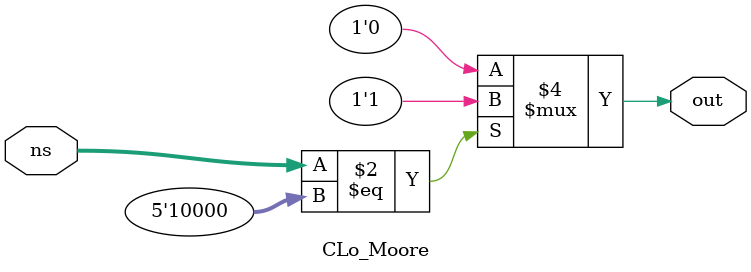
<source format=v>
`timescale 1ns / 1ps


module CLo_Moore(
    input [4:0] ns,
    output reg out
    );
    always @(*) begin//只根据当前状态确定输出
        if(ns == 5'b10000)  out = 1;
        else                out = 0;
    end
endmodule

</source>
